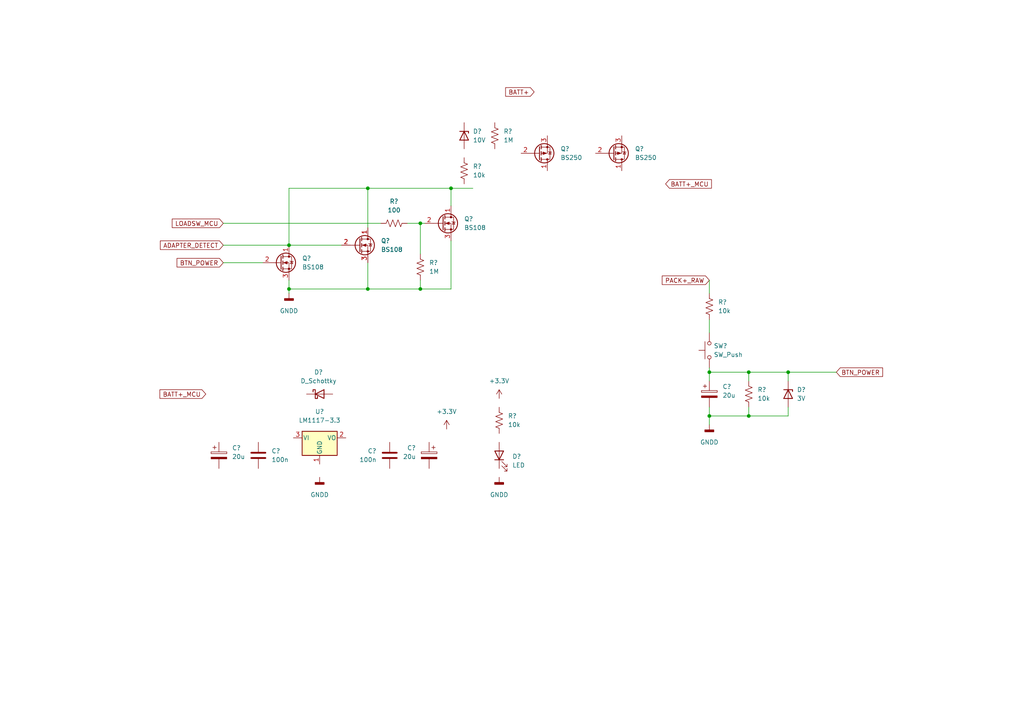
<source format=kicad_sch>
(kicad_sch (version 20211123) (generator eeschema)
  (paper "A4")
  (lib_symbols
    (symbol "Device:C" (pin_numbers hide) (pin_names (offset 0.254))
      (property "Reference" "C" (at 0.635 2.54 0))
      (property "Value" "C" (at 0.635 -2.54 0))
      (symbol "C_0_1"
        (polyline (pts (xy -2.032 -0.762) (xy 2.032 -0.762)) (stroke (width 0.508)))
        (polyline (pts (xy -2.032 0.762) (xy 2.032 0.762)) (stroke (width 0.508)))
      )
      (symbol "C_1_1"
        (pin passive line (at 0 3.81 270) (length 2.794) (name "~") (number "1"))
        (pin passive line (at 0 -3.81 90) (length 2.794) (name "~") (number "2"))
      )
    )
    (symbol "Device:C_Polarized" (pin_numbers hide) (pin_names (offset 0.254))
      (property "Reference" "C" (at 0.635 2.54 0))
      (property "Value" "C_Polarized" (at 0.635 -2.54 0))
      (symbol "C_Polarized_0_1"
        (rectangle (start -2.286 0.508) (end 2.286 1.016))
        (polyline (pts (xy -1.778 2.286) (xy -0.762 2.286)))
        (polyline (pts (xy -1.27 2.794) (xy -1.27 1.778)))
        (rectangle (start 2.286 -0.508) (end -2.286 -1.016) (fill (type outline)))
      )
      (symbol "C_Polarized_1_1"
        (pin passive line (at 0 3.81 270) (length 2.794) (name "~") (number "1"))
        (pin passive line (at 0 -3.81 90) (length 2.794) (name "~") (number "2"))
      )
    )
    (symbol "Device:D_Schottky" (pin_numbers hide) (pin_names (offset 1.016) hide)
      (property "Reference" "D" (at 0 2.54 0))
      (property "Value" "D_Schottky" (at 0 -2.54 0))
      (symbol "D_Schottky_0_1"
        (polyline (pts (xy 1.27 0) (xy -1.27 0)))
        (polyline (pts (xy 1.27 1.27) (xy 1.27 -1.27) (xy -1.27 0) (xy 1.27 1.27)) (stroke (width 0.254)))
        (polyline (pts (xy -1.905 0.635) (xy -1.905 1.27) (xy -1.27 1.27) (xy -1.27 -1.27) (xy -0.635 -1.27) (xy -0.635 -0.635)) (stroke (width 0.254)))
      )
      (symbol "D_Schottky_1_1"
        (pin passive line (at -3.81 0 0) (length 2.54) (name "K") (number "1"))
        (pin passive line (at 3.81 0 180) (length 2.54) (name "A") (number "2"))
      )
    )
    (symbol "Device:D_Zener" (pin_numbers hide) (pin_names (offset 1.016) hide)
      (property "Reference" "D" (at 0 2.54 0))
      (property "Value" "D_Zener" (at 0 -2.54 0))
      (symbol "D_Zener_0_1"
        (polyline (pts (xy 1.27 0) (xy -1.27 0)))
        (polyline (pts (xy -1.27 -1.27) (xy -1.27 1.27) (xy -0.762 1.27)) (stroke (width 0.254)))
        (polyline (pts (xy 1.27 -1.27) (xy 1.27 1.27) (xy -1.27 0) (xy 1.27 -1.27)) (stroke (width 0.254)))
      )
      (symbol "D_Zener_1_1"
        (pin passive line (at -3.81 0 0) (length 2.54) (name "K") (number "1"))
        (pin passive line (at 3.81 0 180) (length 2.54) (name "A") (number "2"))
      )
    )
    (symbol "Device:LED" (pin_numbers hide) (pin_names (offset 1.016) hide)
      (property "Reference" "D" (at 0 2.54 0))
      (property "Value" "LED" (at 0 -2.54 0))
      (symbol "LED_0_1"
        (polyline (pts (xy -1.27 -1.27) (xy -1.27 1.27)) (stroke (width 0.254)))
        (polyline (pts (xy -1.27 0) (xy 1.27 0)))
        (polyline (pts (xy 1.27 -1.27) (xy 1.27 1.27) (xy -1.27 0) (xy 1.27 -1.27)) (stroke (width 0.254)))
        (polyline (pts (xy -3.048 -0.762) (xy -4.572 -2.286) (xy -3.81 -2.286) (xy -4.572 -2.286) (xy -4.572 -1.524)))
        (polyline (pts (xy -1.778 -0.762) (xy -3.302 -2.286) (xy -2.54 -2.286) (xy -3.302 -2.286) (xy -3.302 -1.524)))
      )
      (symbol "LED_1_1"
        (pin passive line (at -3.81 0 0) (length 2.54) (name "K") (number "1"))
        (pin passive line (at 3.81 0 180) (length 2.54) (name "A") (number "2"))
      )
    )
    (symbol "Device:R_US" (pin_numbers hide) (pin_names (offset 0))
      (property "Reference" "R" (at 2.54 0 90))
      (property "Value" "R_US" (at -2.54 0 90))
      (symbol "R_US_0_1"
        (polyline (pts (xy 0 -2.286) (xy 0 -2.54)))
        (polyline (pts (xy 0 2.286) (xy 0 2.54)))
        (polyline (pts (xy 0 -0.762) (xy 1.016 -1.143) (xy 0 -1.524) (xy -1.016 -1.905) (xy 0 -2.286)))
        (polyline (pts (xy 0 0.762) (xy 1.016 0.381) (xy 0 0) (xy -1.016 -0.381) (xy 0 -0.762)))
        (polyline (pts (xy 0 2.286) (xy 1.016 1.905) (xy 0 1.524) (xy -1.016 1.143) (xy 0 0.762)))
      )
      (symbol "R_US_1_1"
        (pin passive line (at 0 3.81 270) (length 1.27) (name "~") (number "1"))
        (pin passive line (at 0 -3.81 90) (length 1.27) (name "~") (number "2"))
      )
    )
    (symbol "Regulator_Linear:LM1117-3.3" (pin_names (offset 0.254))
      (property "Reference" "U" (at -3.81 3.175 0))
      (property "Value" "LM1117-3.3" (at 0 3.175 0))
      (symbol "LM1117-3.3_0_1"
        (rectangle (start -5.08 -5.08) (end 5.08 1.905) (stroke (width 0.254)) (fill (type background)))
      )
      (symbol "LM1117-3.3_1_1"
        (pin power_in line (at 0 -7.62 90) (length 2.54) (name "GND") (number "1"))
        (pin power_out line (at 7.62 0 180) (length 2.54) (name "VO") (number "2"))
        (pin power_in line (at -7.62 0 0) (length 2.54) (name "VI") (number "3"))
      )
    )
    (symbol "Switch:SW_Push" (pin_numbers hide) (pin_names (offset 1.016) hide)
      (property "Reference" "SW" (at 1.27 2.54 0))
      (property "Value" "SW_Push" (at 0 -1.524 0))
      (symbol "SW_Push_0_1"
        (circle (center -2.032 0) (radius 0.508))
        (polyline (pts (xy 0 1.27) (xy 0 3.048)))
        (polyline (pts (xy 2.54 1.27) (xy -2.54 1.27)))
        (circle (center 2.032 0) (radius 0.508))
        (pin passive line (at -5.08 0 0) (length 2.54) (name "1") (number "1"))
        (pin passive line (at 5.08 0 180) (length 2.54) (name "2") (number "2"))
      )
    )
    (symbol "Transistor_FET:BS108" (pin_names hide)
      (property "Reference" "Q" (at 5.08 1.905 0))
      (property "Value" "BS108" (at 5.08 0 0))
      (symbol "BS108_0_1"
        (polyline (pts (xy 0.254 0) (xy -2.54 0)))
        (polyline (pts (xy 0.254 1.905) (xy 0.254 -1.905)) (stroke (width 0.254)))
        (polyline (pts (xy 0.762 -1.27) (xy 0.762 -2.286)) (stroke (width 0.254)))
        (polyline (pts (xy 0.762 0.508) (xy 0.762 -0.508)) (stroke (width 0.254)))
        (polyline (pts (xy 0.762 2.286) (xy 0.762 1.27)) (stroke (width 0.254)))
        (polyline (pts (xy 2.54 2.54) (xy 2.54 1.778)))
        (polyline (pts (xy 2.54 -2.54) (xy 2.54 0) (xy 0.762 0)))
        (polyline (pts (xy 0.762 -1.778) (xy 3.302 -1.778) (xy 3.302 1.778) (xy 0.762 1.778)))
        (polyline (pts (xy 1.016 0) (xy 2.032 0.381) (xy 2.032 -0.381) (xy 1.016 0)) (fill (type outline)))
        (polyline (pts (xy 2.794 0.508) (xy 2.921 0.381) (xy 3.683 0.381) (xy 3.81 0.254)))
        (polyline (pts (xy 3.302 0.381) (xy 2.921 -0.254) (xy 3.683 -0.254) (xy 3.302 0.381)))
        (circle (center 1.651 0) (radius 2.794) (stroke (width 0.254)))
        (circle (center 2.54 -1.778) (radius 0.254) (fill (type outline)))
        (circle (center 2.54 1.778) (radius 0.254) (fill (type outline)))
      )
      (symbol "BS108_1_1"
        (pin passive line (at 2.54 5.08 270) (length 2.54) (name "D") (number "1"))
        (pin input line (at -5.08 0 0) (length 2.54) (name "G") (number "2"))
        (pin passive line (at 2.54 -5.08 90) (length 2.54) (name "S") (number "3"))
      )
    )
    (symbol "Transistor_FET:BS250" (pin_names hide)
      (property "Reference" "Q" (at 5.08 1.905 0))
      (property "Value" "BS250" (at 5.08 0 0))
      (symbol "BS250_0_1"
        (polyline (pts (xy 0.254 0) (xy -2.54 0)))
        (polyline (pts (xy 0.254 1.905) (xy 0.254 -1.905)) (stroke (width 0.254)))
        (polyline (pts (xy 0.762 -1.27) (xy 0.762 -2.286)) (stroke (width 0.254)))
        (polyline (pts (xy 0.762 0.508) (xy 0.762 -0.508)) (stroke (width 0.254)))
        (polyline (pts (xy 0.762 2.286) (xy 0.762 1.27)) (stroke (width 0.254)))
        (polyline (pts (xy 2.54 2.54) (xy 2.54 1.778)))
        (polyline (pts (xy 2.54 -2.54) (xy 2.54 0) (xy 0.762 0)))
        (polyline (pts (xy 0.762 1.778) (xy 3.302 1.778) (xy 3.302 -1.778) (xy 0.762 -1.778)))
        (polyline (pts (xy 2.286 0) (xy 1.27 0.381) (xy 1.27 -0.381) (xy 2.286 0)) (fill (type outline)))
        (polyline (pts (xy 2.794 -0.508) (xy 2.921 -0.381) (xy 3.683 -0.381) (xy 3.81 -0.254)))
        (polyline (pts (xy 3.302 -0.381) (xy 2.921 0.254) (xy 3.683 0.254) (xy 3.302 -0.381)))
        (circle (center 1.651 0) (radius 2.794) (stroke (width 0.254)))
        (circle (center 2.54 -1.778) (radius 0.254) (fill (type outline)))
        (circle (center 2.54 1.778) (radius 0.254) (fill (type outline)))
      )
      (symbol "BS250_1_1"
        (pin passive line (at 2.54 5.08 270) (length 2.54) (name "D") (number "1"))
        (pin input line (at -5.08 0 0) (length 2.54) (name "G") (number "2"))
        (pin passive line (at 2.54 -5.08 90) (length 2.54) (name "S") (number "3"))
      )
    )
    (symbol "power:+3.3V" (power) (pin_names (offset 0))
      (property "Value" "+3.3V" (at 0 3.556 0))
      (symbol "+3.3V_0_1"
        (polyline (pts (xy -0.762 1.27) (xy 0 2.54)))
        (polyline (pts (xy 0 0) (xy 0 2.54)))
        (polyline (pts (xy 0 2.54) (xy 0.762 1.27)))
      )
      (symbol "+3.3V_1_1"
        (pin power_in line (at 0 0 90) (length 0) hide (name "+3.3V") (number "1"))
      )
    )
    (symbol "power:GNDD" (power) (pin_names (offset 0))
      (property "Value" "GNDD" (at 0 -3.175 0))
      (symbol "GNDD_0_1"
        (rectangle (start -1.27 -1.524) (end 1.27 -2.032) (stroke (width 0.254)) (fill (type outline)))
        (polyline (pts (xy 0 0) (xy 0 -1.524)))
      )
      (symbol "GNDD_1_1"
        (pin power_in line (at 0 0 270) (length 0) hide (name "GNDD") (number "1"))
      )
    )
  )
  (junction (at 130.81 54.61))
  (junction (at 83.82 83.82))
  (junction (at 205.74 120.65))
  (junction (at 106.68 54.61))
  (junction (at 217.17 120.65))
  (junction (at 83.82 71.12))
  (junction (at 217.17 107.95))
  (junction (at 121.92 83.82))
  (junction (at 228.6 107.95))
  (junction (at 205.74 107.95))
  (junction (at 106.68 83.82))
  (junction (at 121.92 64.77))
  (wire (pts (xy 83.82 81.28) (xy 83.82 83.82)))
  (wire (pts (xy 106.68 54.61) (xy 106.68 66.04)))
  (wire (pts (xy 130.81 69.85) (xy 130.81 83.82)))
  (wire (pts (xy 205.74 106.68) (xy 205.74 107.95)))
  (wire (pts (xy 130.81 54.61) (xy 130.81 59.69)))
  (wire (pts (xy 83.82 54.61) (xy 83.82 71.12)))
  (wire (pts (xy 228.6 107.95) (xy 217.17 107.95)))
  (wire (pts (xy 64.77 76.2) (xy 76.2 76.2)))
  (wire (pts (xy 121.92 81.28) (xy 121.92 83.82)))
  (wire (pts (xy 205.74 123.19) (xy 205.74 120.65)))
  (wire (pts (xy 64.77 71.12) (xy 83.82 71.12)))
  (wire (pts (xy 217.17 118.11) (xy 217.17 120.65)))
  (wire (pts (xy 205.74 81.28) (xy 205.74 85.09)))
  (wire (pts (xy 83.82 71.12) (xy 99.06 71.12)))
  (wire (pts (xy 121.92 83.82) (xy 106.68 83.82)))
  (wire (pts (xy 64.77 64.77) (xy 110.49 64.77)))
  (wire (pts (xy 118.11 64.77) (xy 121.92 64.77)))
  (wire (pts (xy 130.81 54.61) (xy 137.16 54.61)))
  (wire (pts (xy 130.81 54.61) (xy 106.68 54.61)))
  (wire (pts (xy 83.82 83.82) (xy 83.82 85.09)))
  (wire (pts (xy 228.6 107.95) (xy 228.6 110.49)))
  (wire (pts (xy 205.74 92.71) (xy 205.74 96.52)))
  (wire (pts (xy 121.92 64.77) (xy 121.92 73.66)))
  (wire (pts (xy 106.68 76.2) (xy 106.68 83.82)))
  (wire (pts (xy 217.17 107.95) (xy 205.74 107.95)))
  (wire (pts (xy 205.74 107.95) (xy 205.74 110.49)))
  (wire (pts (xy 106.68 83.82) (xy 83.82 83.82)))
  (wire (pts (xy 205.74 118.11) (xy 205.74 120.65)))
  (wire (pts (xy 121.92 64.77) (xy 123.19 64.77)))
  (wire (pts (xy 130.81 83.82) (xy 121.92 83.82)))
  (wire (pts (xy 228.6 118.11) (xy 228.6 120.65)))
  (wire (pts (xy 217.17 107.95) (xy 217.17 110.49)))
  (wire (pts (xy 106.68 54.61) (xy 83.82 54.61)))
  (wire (pts (xy 217.17 120.65) (xy 228.6 120.65)))
  (wire (pts (xy 228.6 107.95) (xy 242.57 107.95)))
  (wire (pts (xy 205.74 120.65) (xy 217.17 120.65)))
  (global_label "LOADSW_MCU" (shape input) (at 64.77 64.77 180) (property "Intersheet References" "${INTERSHEET_REFS}" (effects hide)))
  (global_label "PACK+_RAW" (shape input) (at 205.74 81.28 180) (property "Intersheet References" "${INTERSHEET_REFS}" (effects hide)))
  (global_label "BTN_POWER" (shape input) (at 64.77 76.2 180) (property "Intersheet References" "${INTERSHEET_REFS}" (effects hide)))
  (global_label "BATT+_MCU" (shape input) (at 193.04 53.34 0) (property "Intersheet References" "${INTERSHEET_REFS}" (effects hide)))
  (global_label "BATT+_MCU" (shape input) (at 59.69 114.3 180) (property "Intersheet References" "${INTERSHEET_REFS}" (effects hide)))
  (global_label "BTN_POWER" (shape input) (at 242.57 107.95 0) (property "Intersheet References" "${INTERSHEET_REFS}" (effects hide)))
  (global_label "ADAPTER_DETECT" (shape input) (at 64.77 71.12 180) (property "Intersheet References" "${INTERSHEET_REFS}" (effects hide)))
  (global_label "BATT+" (shape input) (at 154.94 26.67 180) (property "Intersheet References" "${INTERSHEET_REFS}" (effects hide)))
  (symbol (lib_id "Device:R_US") (at 217.17 114.3 180) (unit 1)
    (property "Reference" "R?" (at 219.71 113.0299 0) (effects (justify right)))
    (property "Value" "10k" (at 219.71 115.5699 0) (effects (justify right)))
  )
  (symbol (lib_id "power:+3.3V") (at 144.78 115.57 0) (unit 1)
    (property "Reference" "#PWR?" (effects hide))
    (property "Value" "+3.3V" (at 144.78 110.49 0))
  )
  (symbol (lib_id "Device:C_Polarized") (at 124.46 132.08 0) (mirror y) (unit 1)
    (property "Reference" "C?" (at 120.65 129.9209 0) (effects (justify left)))
    (property "Value" "20u" (at 120.65 132.4609 0) (effects (justify left)))
  )
  (symbol (lib_id "Device:D_Zener") (at 134.62 39.37 270) (unit 1)
    (property "Reference" "D?" (at 137.16 38.1 90) (effects (justify left)))
    (property "Value" "10V" (at 137.16 40.64 90) (effects (justify left)))
  )
  (symbol (lib_id "Transistor_FET:BS250") (at 177.8 44.45 0) (mirror x) (unit 1)
    (property "Reference" "Q?" (at 184.15 43.1799 0) (effects (justify left)))
    (property "Value" "BS250" (at 184.15 45.7199 0) (effects (justify left)))
    (property "Footprint" "Package_TO_SOT_THT:TO-92_Inline" (effects hide))
    (property "Datasheet" "http://www.vishay.com/docs/70209/70209.pdf" (effects hide))
  )
  (symbol (lib_id "power:+3.3V") (at 129.54 124.46 0) (unit 1)
    (property "Reference" "#PWR?" (effects hide))
    (property "Value" "+3.3V" (at 129.54 119.38 0))
  )
  (symbol (lib_id "Device:R_US") (at 205.74 88.9 180) (unit 1)
    (property "Reference" "R?" (at 208.28 87.6299 0) (effects (justify right)))
    (property "Value" "10k" (at 208.28 90.1699 0) (effects (justify right)))
  )
  (symbol (lib_id "Transistor_FET:BS250") (at 156.21 44.45 0) (mirror x) (unit 1)
    (property "Reference" "Q?" (at 162.56 43.1799 0) (effects (justify left)))
    (property "Value" "BS250" (at 162.56 45.7199 0) (effects (justify left)))
    (property "Footprint" "Package_TO_SOT_THT:TO-92_Inline" (effects hide))
    (property "Datasheet" "http://www.vishay.com/docs/70209/70209.pdf" (effects hide))
  )
  (symbol (lib_id "Transistor_FET:BS108") (at 104.14 71.12 0) (unit 1)
    (property "Reference" "Q?" (at 110.49 69.8499 0) (effects (justify left)))
    (property "Value" "BS108" (at 110.49 72.3899 0) (effects (justify left)))
    (property "Footprint" "Package_TO_SOT_THT:TO-92_Inline" (effects hide))
    (property "Datasheet" "http://www.redrok.com/MOSFET_BS108_200V_250mA_8O_Vth1.5_TO-92.PDF" (effects hide))
  )
  (symbol (lib_id "Transistor_FET:BS108") (at 81.28 76.2 0) (unit 1)
    (property "Reference" "Q?" (at 87.63 74.9299 0) (effects (justify left)))
    (property "Value" "BS108" (at 87.63 77.4699 0) (effects (justify left)))
    (property "Footprint" "Package_TO_SOT_THT:TO-92_Inline" (effects hide))
    (property "Datasheet" "http://www.redrok.com/MOSFET_BS108_200V_250mA_8O_Vth1.5_TO-92.PDF" (effects hide))
  )
  (symbol (lib_id "Device:C") (at 113.03 132.08 0) (mirror y) (unit 1)
    (property "Reference" "C?" (at 109.22 130.8099 0) (effects (justify left)))
    (property "Value" "100n" (at 109.22 133.3499 0) (effects (justify left)))
  )
  (symbol (lib_id "Device:C") (at 74.93 132.08 0) (unit 1)
    (property "Reference" "C?" (at 78.74 130.8099 0) (effects (justify left)))
    (property "Value" "100n" (at 78.74 133.3499 0) (effects (justify left)))
  )
  (symbol (lib_id "power:GNDD") (at 92.71 138.43 0) (unit 1)
    (property "Reference" "#PWR?" (effects hide))
    (property "Value" "GNDD" (at 92.71 143.51 0))
  )
  (symbol (lib_id "Device:C_Polarized") (at 205.74 114.3 0) (unit 1)
    (property "Reference" "C?" (at 209.55 112.1409 0) (effects (justify left)))
    (property "Value" "20u" (at 209.55 114.6809 0) (effects (justify left)))
  )
  (symbol (lib_id "Device:LED") (at 144.78 132.08 90) (unit 1)
    (property "Reference" "D?" (at 148.59 132.3974 90) (effects (justify right)))
    (property "Value" "LED" (at 148.59 134.9374 90) (effects (justify right)))
  )
  (symbol (lib_id "Device:R_US") (at 121.92 77.47 180) (unit 1)
    (property "Reference" "R?" (at 124.46 76.1999 0) (effects (justify right)))
    (property "Value" "1M" (at 124.46 78.7399 0) (effects (justify right)))
  )
  (symbol (lib_id "power:GNDD") (at 83.82 85.09 0) (unit 1)
    (property "Reference" "#PWR?" (effects hide))
    (property "Value" "GNDD" (at 83.82 90.17 0))
  )
  (symbol (lib_id "Device:D_Schottky") (at 92.71 114.3 0) (unit 1)
    (property "Reference" "D?" (at 92.3925 107.95 0))
    (property "Value" "D_Schottky" (at 92.3925 110.49 0))
  )
  (symbol (lib_id "Regulator_Linear:LM1117-3.3") (at 92.71 127 0) (unit 1)
    (property "Reference" "U?" (at 92.71 119.38 0))
    (property "Value" "LM1117-3.3" (at 92.71 121.92 0))
    (property "Datasheet" "http://www.ti.com/lit/ds/symlink/lm1117.pdf" (effects hide))
  )
  (symbol (lib_id "Switch:SW_Push") (at 205.74 101.6 90) (unit 1)
    (property "Reference" "SW?" (at 207.01 100.3299 90) (effects (justify right)))
    (property "Value" "SW_Push" (at 207.01 102.8699 90) (effects (justify right)))
  )
  (symbol (lib_id "Device:R_US") (at 134.62 49.53 180) (unit 1)
    (property "Reference" "R?" (at 137.16 48.2599 0) (effects (justify right)))
    (property "Value" "10k" (at 137.16 50.7999 0) (effects (justify right)))
  )
  (symbol (lib_id "Device:R_US") (at 143.51 39.37 180) (unit 1)
    (property "Reference" "R?" (at 146.05 38.0999 0) (effects (justify right)))
    (property "Value" "1M" (at 146.05 40.6399 0) (effects (justify right)))
  )
  (symbol (lib_id "power:GNDD") (at 205.74 123.19 0) (unit 1)
    (property "Reference" "#PWR?" (effects hide))
    (property "Value" "GNDD" (at 205.74 128.27 0))
  )
  (symbol (lib_id "Device:R_US") (at 114.3 64.77 270) (unit 1)
    (property "Reference" "R?" (at 114.3 58.42 90))
    (property "Value" "100" (at 114.3 60.96 90))
  )
  (symbol (lib_id "Device:R_US") (at 144.78 121.92 180) (unit 1)
    (property "Reference" "R?" (at 147.32 120.6499 0) (effects (justify right)))
    (property "Value" "10k" (at 147.32 123.1899 0) (effects (justify right)))
  )
  (symbol (lib_id "power:GNDD") (at 144.78 138.43 0) (unit 1)
    (property "Reference" "#PWR?" (effects hide))
    (property "Value" "GNDD" (at 144.78 143.51 0))
  )
  (symbol (lib_id "Device:C_Polarized") (at 63.5 132.08 0) (unit 1)
    (property "Reference" "C?" (at 67.31 129.9209 0) (effects (justify left)))
    (property "Value" "20u" (at 67.31 132.4609 0) (effects (justify left)))
  )
  (symbol (lib_id "Device:D_Zener") (at 228.6 114.3 270) (unit 1)
    (property "Reference" "D?" (at 231.14 113.03 90) (effects (justify left)))
    (property "Value" "3V" (at 231.14 115.57 90) (effects (justify left)))
  )
  (symbol (lib_id "Transistor_FET:BS108") (at 128.27 64.77 0) (unit 1)
    (property "Reference" "Q?" (at 134.62 63.4999 0) (effects (justify left)))
    (property "Value" "BS108" (at 134.62 66.0399 0) (effects (justify left)))
    (property "Footprint" "Package_TO_SOT_THT:TO-92_Inline" (effects hide))
    (property "Datasheet" "http://www.redrok.com/MOSFET_BS108_200V_250mA_8O_Vth1.5_TO-92.PDF" (effects hide))
  )
)
</source>
